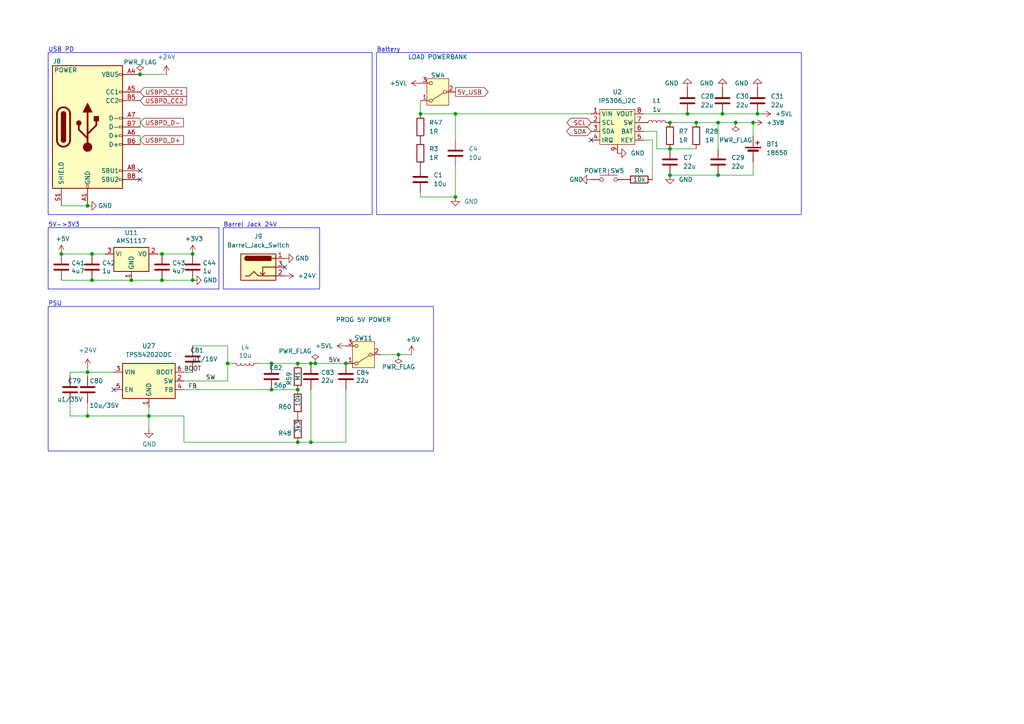
<source format=kicad_sch>
(kicad_sch (version 20231120) (generator "eeschema") (generator_version "8.0")
  (paper "A4")
  (title_block (title "lab@home") (date "2024-08-19") (rev "15.1") (company "Klaus Liebler"))
  (lib_symbols
    (symbol "Connector:Barrel_Jack_Switch" (pin_names hide)
      (property "Reference" "J" (at 0 5.334 0))
      (property "Value" "Barrel_Jack_Switch" (at 0 -5.08 0))
      (symbol "Barrel_Jack_Switch_0_1"
        (rectangle (start -5.08 3.81) (end 5.08 -3.81) (stroke (width 0.254)) (fill (type background)))
        (arc (start -3.302 3.175) (mid -3.9343 2.54) (end -3.302 1.905) (stroke (width 0.254)))
        (arc (start -3.302 3.175) (mid -3.9343 2.54) (end -3.302 1.905) (stroke (width 0.254)) (fill (type outline)))
        (polyline (pts (xy 1.27 -2.286) (xy 1.905 -1.651)) (stroke (width 0.254)))
        (polyline (pts (xy 5.08 2.54) (xy 3.81 2.54)) (stroke (width 0.254)))
        (polyline (pts (xy 5.08 0) (xy 1.27 0) (xy 1.27 -2.286) (xy 0.635 -1.651)) (stroke (width 0.254)))
        (polyline (pts (xy -3.81 -2.54) (xy -2.54 -2.54) (xy -1.27 -1.27) (xy 0 -2.54) (xy 2.54 -2.54) (xy 5.08 -2.54)) (stroke (width 0.254)))
        (rectangle (start 3.683 3.175) (end -3.302 1.905) (stroke (width 0.254)) (fill (type outline)))
      )
      (symbol "Barrel_Jack_Switch_1_1"
        (pin passive line (at 7.62 2.54 180) (length 2.54) (name "~") (number "1"))
        (pin passive line (at 7.62 -2.54 180) (length 2.54) (name "~") (number "2"))
        (pin passive line (at 7.62 0 180) (length 2.54) (name "~") (number "3"))
      )
    )
    (symbol "Connector:USB_C_Receptacle_USB2.0_16P" (pin_names (offset 1.016))
      (property "Reference" "J" (at 0 22.225 0))
      (property "Value" "USB_C_Receptacle_USB2.0_16P" (at 0 19.685 0))
      (symbol "USB_C_Receptacle_USB2.0_16P_0_0"
        (rectangle (start -0.254 -17.78) (end 0.254 -16.764))
        (rectangle (start 10.16 -14.986) (end 9.144 -15.494))
        (rectangle (start 10.16 -12.446) (end 9.144 -12.954))
        (rectangle (start 10.16 -4.826) (end 9.144 -5.334))
        (rectangle (start 10.16 -2.286) (end 9.144 -2.794))
        (rectangle (start 10.16 0.254) (end 9.144 -0.254))
        (rectangle (start 10.16 2.794) (end 9.144 2.286))
        (rectangle (start 10.16 7.874) (end 9.144 7.366))
        (rectangle (start 10.16 10.414) (end 9.144 9.906))
        (rectangle (start 10.16 15.494) (end 9.144 14.986))
      )
      (symbol "USB_C_Receptacle_USB2.0_16P_0_1"
        (rectangle (start -10.16 17.78) (end 10.16 -17.78) (stroke (width 0.254)) (fill (type background)))
        (arc (start -8.89 -3.81) (mid -6.985 -5.7067) (end -5.08 -3.81) (stroke (width 0.508)))
        (arc (start -7.62 -3.81) (mid -6.985 -4.4423) (end -6.35 -3.81) (stroke (width 0.254)))
        (arc (start -7.62 -3.81) (mid -6.985 -4.4423) (end -6.35 -3.81) (stroke (width 0.254)) (fill (type outline)))
        (rectangle (start -7.62 -3.81) (end -6.35 3.81) (stroke (width 0.254)) (fill (type outline)))
        (arc (start -6.35 3.81) (mid -6.985 4.4423) (end -7.62 3.81) (stroke (width 0.254)))
        (arc (start -6.35 3.81) (mid -6.985 4.4423) (end -7.62 3.81) (stroke (width 0.254)) (fill (type outline)))
        (arc (start -5.08 3.81) (mid -6.985 5.7067) (end -8.89 3.81) (stroke (width 0.508)))
        (circle (center -2.54 1.143) (radius 0.635) (stroke (width 0.254)) (fill (type outline)))
        (circle (center 0 -5.842) (radius 1.27) (fill (type outline)))
        (polyline (pts (xy -8.89 -3.81) (xy -8.89 3.81)) (stroke (width 0.508)))
        (polyline (pts (xy -5.08 3.81) (xy -5.08 -3.81)) (stroke (width 0.508)))
        (polyline (pts (xy 0 -5.842) (xy 0 4.318)) (stroke (width 0.508)))
        (polyline (pts (xy 0 -3.302) (xy -2.54 -0.762) (xy -2.54 0.508)) (stroke (width 0.508)))
        (polyline (pts (xy 0 -2.032) (xy 2.54 0.508) (xy 2.54 1.778)) (stroke (width 0.508)))
        (polyline (pts (xy -1.27 4.318) (xy 0 6.858) (xy 1.27 4.318) (xy -1.27 4.318)) (stroke (width 0.254)) (fill (type outline)))
        (rectangle (start 1.905 1.778) (end 3.175 3.048) (stroke (width 0.254)) (fill (type outline)))
      )
      (symbol "USB_C_Receptacle_USB2.0_16P_1_1"
        (pin passive line (at 0 -22.86 90) (length 5.08) (name "GND") (number "A1"))
        (pin passive line (at 0 -22.86 90) (length 5.08) hide (name "GND") (number "A12"))
        (pin passive line (at 15.24 15.24 180) (length 5.08) (name "VBUS") (number "A4"))
        (pin bidirectional line (at 15.24 10.16 180) (length 5.08) (name "CC1") (number "A5"))
        (pin bidirectional line (at 15.24 -2.54 180) (length 5.08) (name "D+") (number "A6"))
        (pin bidirectional line (at 15.24 2.54 180) (length 5.08) (name "D-") (number "A7"))
        (pin bidirectional line (at 15.24 -12.7 180) (length 5.08) (name "SBU1") (number "A8"))
        (pin passive line (at 15.24 15.24 180) (length 5.08) hide (name "VBUS") (number "A9"))
        (pin passive line (at 0 -22.86 90) (length 5.08) hide (name "GND") (number "B1"))
        (pin passive line (at 0 -22.86 90) (length 5.08) hide (name "GND") (number "B12"))
        (pin passive line (at 15.24 15.24 180) (length 5.08) hide (name "VBUS") (number "B4"))
        (pin bidirectional line (at 15.24 7.62 180) (length 5.08) (name "CC2") (number "B5"))
        (pin bidirectional line (at 15.24 -5.08 180) (length 5.08) (name "D+") (number "B6"))
        (pin bidirectional line (at 15.24 0 180) (length 5.08) (name "D-") (number "B7"))
        (pin bidirectional line (at 15.24 -15.24 180) (length 5.08) (name "SBU2") (number "B8"))
        (pin passive line (at 15.24 15.24 180) (length 5.08) hide (name "VBUS") (number "B9"))
        (pin passive line (at -7.62 -22.86 90) (length 5.08) (name "SHIELD") (number "S1"))
      )
    )
    (symbol "Device:Battery_Cell" (pin_numbers hide) (pin_names (offset 0) hide)
      (property "Reference" "BT" (at 2.54 2.54 0))
      (property "Value" "Battery_Cell" (at 2.54 0 0))
      (symbol "Battery_Cell_0_1"
        (rectangle (start -2.286 1.778) (end 2.286 1.524) (fill (type outline)))
        (rectangle (start -1.524 1.016) (end 1.524 0.508) (fill (type outline)))
        (polyline (pts (xy 0 0.762) (xy 0 0)))
        (polyline (pts (xy 0 1.778) (xy 0 2.54)))
        (polyline (pts (xy 0.762 3.048) (xy 1.778 3.048)) (stroke (width 0.254)))
        (polyline (pts (xy 1.27 3.556) (xy 1.27 2.54)) (stroke (width 0.254)))
      )
      (symbol "Battery_Cell_1_1"
        (pin passive line (at 0 5.08 270) (length 2.54) (name "+") (number "1"))
        (pin passive line (at 0 -2.54 90) (length 2.54) (name "-") (number "2"))
      )
    )
    (symbol "Device:C" (pin_numbers hide) (pin_names (offset 0.254))
      (property "Reference" "C" (at 0.635 2.54 0))
      (property "Value" "C" (at 0.635 -2.54 0))
      (symbol "C_0_1"
        (polyline (pts (xy -2.032 -0.762) (xy 2.032 -0.762)) (stroke (width 0.508)))
        (polyline (pts (xy -2.032 0.762) (xy 2.032 0.762)) (stroke (width 0.508)))
      )
      (symbol "C_1_1"
        (pin passive line (at 0 3.81 270) (length 2.794) (name "~") (number "1"))
        (pin passive line (at 0 -3.81 90) (length 2.794) (name "~") (number "2"))
      )
    )
    (symbol "Device:L" (pin_numbers hide) (pin_names (offset 1.016) hide)
      (property "Reference" "L" (at -1.27 0 90))
      (property "Value" "L" (at 1.905 0 90))
      (symbol "L_0_1"
        (arc (start 0 -2.54) (mid 0.6323 -1.905) (end 0 -1.27))
        (arc (start 0 -1.27) (mid 0.6323 -0.635) (end 0 0))
        (arc (start 0 0) (mid 0.6323 0.635) (end 0 1.27))
        (arc (start 0 1.27) (mid 0.6323 1.905) (end 0 2.54))
      )
      (symbol "L_1_1"
        (pin passive line (at 0 3.81 270) (length 1.27) (name "1") (number "1"))
        (pin passive line (at 0 -3.81 90) (length 1.27) (name "2") (number "2"))
      )
    )
    (symbol "Device:R" (pin_numbers hide) (pin_names (offset 0))
      (property "Reference" "R" (at 2.032 0 90))
      (property "Value" "R" (at 0 0 90))
      (symbol "R_0_1"
        (rectangle (start -1.016 -2.54) (end 1.016 2.54) (stroke (width 0.254)))
      )
      (symbol "R_1_1"
        (pin passive line (at 0 3.81 270) (length 1.27) (name "~") (number "1"))
        (pin passive line (at 0 -3.81 90) (length 1.27) (name "~") (number "2"))
      )
    )
    (symbol "Regulator_Linear:AMS1117-3.3"
      (property "Reference" "U" (at -3.81 3.175 0))
      (property "Value" "AMS1117-3.3" (at 0 3.175 0))
      (symbol "AMS1117-3.3_0_1"
        (rectangle (start -5.08 -5.08) (end 5.08 1.905) (stroke (width 0.254)) (fill (type background)))
      )
      (symbol "AMS1117-3.3_1_1"
        (pin power_in line (at 0 -7.62 90) (length 2.54) (name "GND") (number "1"))
        (pin power_out line (at 7.62 0 180) (length 2.54) (name "VO") (number "2"))
        (pin power_in line (at -7.62 0 0) (length 2.54) (name "VI") (number "3"))
      )
    )
    (symbol "Regulator_Switching:TPS54202DDC"
      (property "Reference" "U" (at -7.62 6.35 0))
      (property "Value" "TPS54202DDC" (at 0 6.35 0))
      (symbol "TPS54202DDC_0_1"
        (rectangle (start -7.62 5.08) (end 7.62 -5.08) (stroke (width 0.254)) (fill (type background)))
      )
      (symbol "TPS54202DDC_1_1"
        (pin power_in line (at 0 -7.62 90) (length 2.54) (name "GND") (number "1"))
        (pin power_out line (at 10.16 0 180) (length 2.54) (name "SW") (number "2"))
        (pin power_in line (at -10.16 2.54 0) (length 2.54) (name "VIN") (number "3"))
        (pin input line (at 10.16 -2.54 180) (length 2.54) (name "FB") (number "4"))
        (pin input line (at -10.16 -2.54 0) (length 2.54) (name "EN") (number "5"))
        (pin passive line (at 10.16 2.54 180) (length 2.54) (name "BOOT") (number "6"))
      )
    )
    (symbol "Switch:SW_Push" (pin_numbers hide) (pin_names (offset 1.016) hide)
      (property "Reference" "SW" (at 1.27 2.54 0))
      (property "Value" "SW_Push" (at 0 -1.524 0))
      (symbol "SW_Push_0_1"
        (circle (center -2.032 0) (radius 0.508))
        (polyline (pts (xy 0 1.27) (xy 0 3.048)))
        (polyline (pts (xy 2.54 1.27) (xy -2.54 1.27)))
        (circle (center 2.032 0) (radius 0.508))
        (pin passive line (at -5.08 0 0) (length 2.54) (name "1") (number "1"))
        (pin passive line (at 5.08 0 180) (length 2.54) (name "2") (number "2"))
      )
    )
    (symbol "Switch:SW_SPDT" (pin_names (offset 0) hide)
      (property "Reference" "SW" (at 0 5.08 0))
      (property "Value" "SW_SPDT" (at 0 -5.08 0))
      (symbol "SW_SPDT_0_1"
        (circle (center -2.032 0) (radius 0.4572))
        (polyline (pts (xy -1.651 0.254) (xy 1.651 2.286)))
        (circle (center 2.032 -2.54) (radius 0.4572))
        (circle (center 2.032 2.54) (radius 0.4572))
      )
      (symbol "SW_SPDT_1_1"
        (rectangle (start -3.175 3.81) (end 3.175 -3.81) (fill (type background)))
        (pin passive line (at 5.08 2.54 180) (length 2.54) (name "A") (number "1"))
        (pin passive line (at -5.08 0 0) (length 2.54) (name "B") (number "2"))
        (pin passive line (at 5.08 -2.54 180) (length 2.54) (name "C") (number "3"))
      )
    )
    (symbol "liebler_SEMICONDUCTORS:IP5306_I2C"
      (property "Reference" "U" (at 0 8.89 0))
      (property "Value" "IP5306_I2C" (at 0 6.35 0))
      (symbol "IP5306_I2C_0_1"
        (rectangle (start -5.08 5.08) (end 5.08 -5.08) (fill (type background)))
      )
      (symbol "IP5306_I2C_1_1"
        (pin power_in line (at -7.62 3.81 0) (length 2.54) (name "VIN") (number "1"))
        (pin output line (at -7.62 1.27 0) (length 2.54) (name "SCL") (number "2"))
        (pin output line (at -7.62 -1.27 0) (length 2.54) (name "SDA") (number "3"))
        (pin output line (at -7.62 -3.81 0) (length 2.54) (name "IRQ") (number "4"))
        (pin bidirectional line (at 7.62 -3.81 180) (length 2.54) (name "KEY") (number "5"))
        (pin input line (at 7.62 -1.27 180) (length 2.54) (name "BAT") (number "6"))
        (pin output line (at 7.62 1.27 180) (length 2.54) (name "SW") (number "7"))
        (pin power_out line (at 7.62 3.81 180) (length 2.54) (name "VOUT") (number "8"))
        (pin passive line (at 0 -7.62 90) (length 2.54) (name "") (number "9"))
      )
    )
    (symbol "power:+24V" (power) (pin_numbers hide) (pin_names (offset 0) hide)
      (property "Value" "+24V" (at 0 3.556 0))
      (symbol "+24V_0_1"
        (polyline (pts (xy -0.762 1.27) (xy 0 2.54)))
        (polyline (pts (xy 0 0) (xy 0 2.54)))
        (polyline (pts (xy 0 2.54) (xy 0.762 1.27)))
      )
      (symbol "+24V_1_1"
        (pin power_in line (at 0 0 90) (length 0) (name "~") (number "1"))
      )
    )
    (symbol "power:+3V3" (power) (pin_numbers hide) (pin_names (offset 0) hide)
      (property "Value" "+3V3" (at 0 3.556 0))
      (symbol "+3V3_0_1"
        (polyline (pts (xy -0.762 1.27) (xy 0 2.54)))
        (polyline (pts (xy 0 0) (xy 0 2.54)))
        (polyline (pts (xy 0 2.54) (xy 0.762 1.27)))
      )
      (symbol "+3V3_1_1"
        (pin power_in line (at 0 0 90) (length 0) (name "~") (number "1"))
      )
    )
    (symbol "power:+3V8" (power) (pin_numbers hide) (pin_names (offset 0) hide)
      (property "Value" "+3V8" (at 0 3.556 0))
      (symbol "+3V8_0_1"
        (polyline (pts (xy -0.762 1.27) (xy 0 2.54)))
        (polyline (pts (xy 0 0) (xy 0 2.54)))
        (polyline (pts (xy 0 2.54) (xy 0.762 1.27)))
      )
      (symbol "+3V8_1_1"
        (pin power_in line (at 0 0 90) (length 0) (name "~") (number "1"))
      )
    )
    (symbol "power:+5V" (power) (pin_numbers hide) (pin_names (offset 0) hide)
      (property "Value" "+5V" (at 0 3.556 0))
      (symbol "+5V_0_1"
        (polyline (pts (xy -0.762 1.27) (xy 0 2.54)))
        (polyline (pts (xy 0 0) (xy 0 2.54)))
        (polyline (pts (xy 0 2.54) (xy 0.762 1.27)))
      )
      (symbol "+5V_1_1"
        (pin power_in line (at 0 0 90) (length 0) (name "~") (number "1"))
      )
    )
    (symbol "power:+5VL" (power) (pin_numbers hide) (pin_names (offset 0) hide)
      (property "Value" "+5VL" (at 0 3.556 0))
      (symbol "+5VL_0_1"
        (polyline (pts (xy -0.762 1.27) (xy 0 2.54)))
        (polyline (pts (xy 0 0) (xy 0 2.54)))
        (polyline (pts (xy 0 2.54) (xy 0.762 1.27)))
      )
      (symbol "+5VL_1_1"
        (pin power_in line (at 0 0 90) (length 0) (name "~") (number "1"))
      )
    )
    (symbol "power:GND" (power) (pin_numbers hide) (pin_names (offset 0) hide)
      (property "Value" "GND" (at 0 -3.81 0))
      (symbol "GND_0_1"
        (polyline (pts (xy 0 0) (xy 0 -1.27) (xy 1.27 -1.27) (xy 0 -2.54) (xy -1.27 -1.27) (xy 0 -1.27)))
      )
      (symbol "GND_1_1"
        (pin power_in line (at 0 0 270) (length 0) (name "~") (number "1"))
      )
    )
    (symbol "power:PWR_FLAG" (power) (pin_numbers hide) (pin_names (offset 0) hide)
      (property "Value" "PWR_FLAG" (at 0 3.81 0))
      (symbol "PWR_FLAG_0_0"
        (pin power_out line (at 0 0 90) (length 0) (name "~") (number "1"))
      )
      (symbol "PWR_FLAG_0_1"
        (polyline (pts (xy 0 0) (xy 0 1.27) (xy -1.016 1.905) (xy 0 2.54) (xy 1.016 1.905) (xy 0 1.27)))
      )
    )
  )
  (junction (at 194.31 43.18))
  (junction (at 209.55 33.02))
  (junction (at 55.88 73.66))
  (junction (at 132.08 33.02))
  (junction (at 25.4 107.95))
  (junction (at 38.1 81.28))
  (junction (at 78.74 105.41))
  (junction (at 26.67 81.28))
  (junction (at 78.74 113.03))
  (junction (at 91.44 105.41))
  (junction (at 201.93 35.56))
  (junction (at 199.39 33.02))
  (junction (at 43.18 120.65))
  (junction (at 194.31 50.8))
  (junction (at 219.71 33.02))
  (junction (at 46.99 73.66))
  (junction (at 194.31 35.56))
  (junction (at 26.67 73.66))
  (junction (at 66.04 105.41))
  (junction (at 208.28 50.8))
  (junction (at 208.28 35.56))
  (junction (at 90.17 105.41))
  (junction (at 121.92 33.02))
  (junction (at 132.08 57.15))
  (junction (at 25.4 120.65))
  (junction (at 46.99 81.28))
  (junction (at 55.88 81.28))
  (junction (at 17.78 73.66))
  (junction (at 86.36 113.03))
  (junction (at 213.36 35.56))
  (junction (at 115.57 102.87))
  (junction (at 218.44 35.56))
  (junction (at 25.4 59.69))
  (junction (at 40.64 21.59))
  (junction (at 86.36 105.41))
  (junction (at 86.36 128.27))
  (junction (at 100.33 105.41))
  (junction (at 90.17 128.27))
  (no_connect (at 40.64 49.53))
  (no_connect (at 82.55 77.47))
  (no_connect (at 33.02 113.03))
  (no_connect (at 171.45 40.64))
  (no_connect (at 40.64 52.07))
  (wire (pts (xy 26.67 73.66) (xy 30.48 73.66)))
  (wire (pts (xy 208.28 43.18) (xy 208.28 35.56)))
  (wire (pts (xy 219.71 33.02) (xy 220.98 33.02)))
  (wire (pts (xy 67.31 105.41) (xy 66.04 105.41)))
  (wire (pts (xy 45.72 73.66) (xy 46.99 73.66)))
  (wire (pts (xy 100.33 128.27) (xy 90.17 128.27)))
  (wire (pts (xy 121.92 55.88) (xy 121.92 57.15)))
  (wire (pts (xy 208.28 50.8) (xy 218.44 50.8)))
  (wire (pts (xy 20.32 120.65) (xy 25.4 120.65)))
  (wire (pts (xy 208.28 35.56) (xy 213.36 35.56)))
  (wire (pts (xy 53.34 128.27) (xy 53.34 120.65)))
  (wire (pts (xy 121.92 29.21) (xy 121.92 33.02)))
  (wire (pts (xy 55.88 100.33) (xy 66.04 100.33)))
  (wire (pts (xy 121.92 57.15) (xy 132.08 57.15)))
  (wire (pts (xy 38.1 81.28) (xy 26.67 81.28)))
  (wire (pts (xy 55.88 107.95) (xy 53.34 107.95)))
  (wire (pts (xy 209.55 33.02) (xy 219.71 33.02)))
  (wire (pts (xy 86.36 128.27) (xy 53.34 128.27)))
  (polyline (pts (xy 63.5 66.04) (xy 63.5 83.82)))
  (wire (pts (xy 66.04 100.33) (xy 66.04 105.41)))
  (polyline (pts (xy 63.5 83.82) (xy 13.97 83.82)))
  (wire (pts (xy 78.74 105.41) (xy 86.36 105.41)))
  (polyline (pts (xy 13.97 83.82) (xy 13.97 66.04)))
  (wire (pts (xy 53.34 110.49) (xy 66.04 110.49)))
  (wire (pts (xy 213.36 35.56) (xy 218.44 35.56)))
  (polyline (pts (xy 13.97 66.04) (xy 63.5 66.04)))
  (wire (pts (xy 40.64 34.29) (xy 40.64 36.83)))
  (wire (pts (xy 189.23 40.64) (xy 186.69 40.64)))
  (wire (pts (xy 43.18 120.65) (xy 43.18 118.11)))
  (wire (pts (xy 199.39 33.02) (xy 209.55 33.02)))
  (wire (pts (xy 25.4 107.95) (xy 33.02 107.95)))
  (wire (pts (xy 91.44 105.41) (xy 100.33 105.41)))
  (wire (pts (xy 189.23 52.07) (xy 189.23 40.64)))
  (wire (pts (xy 132.08 40.64) (xy 132.08 33.02)))
  (wire (pts (xy 78.74 113.03) (xy 86.36 113.03)))
  (wire (pts (xy 25.4 120.65) (xy 43.18 120.65)))
  (wire (pts (xy 25.4 107.95) (xy 25.4 106.68)))
  (wire (pts (xy 20.32 109.22) (xy 20.32 107.95)))
  (wire (pts (xy 20.32 107.95) (xy 25.4 107.95)))
  (wire (pts (xy 17.78 59.69) (xy 25.4 59.69)))
  (wire (pts (xy 55.88 81.28) (xy 46.99 81.28)))
  (wire (pts (xy 132.08 33.02) (xy 171.45 33.02)))
  (wire (pts (xy 218.44 50.8) (xy 218.44 46.99)))
  (wire (pts (xy 46.99 81.28) (xy 38.1 81.28)))
  (wire (pts (xy 110.49 102.87) (xy 115.57 102.87)))
  (wire (pts (xy 20.32 116.84) (xy 20.32 120.65)))
  (wire (pts (xy 86.36 105.41) (xy 90.17 105.41)))
  (wire (pts (xy 194.31 50.8) (xy 208.28 50.8)))
  (wire (pts (xy 74.93 105.41) (xy 78.74 105.41)))
  (wire (pts (xy 121.92 33.02) (xy 132.08 33.02)))
  (wire (pts (xy 43.18 120.65) (xy 43.18 124.46)))
  (wire (pts (xy 194.31 43.18) (xy 190.5 43.18)))
  (wire (pts (xy 90.17 105.41) (xy 91.44 105.41)))
  (wire (pts (xy 194.31 35.56) (xy 201.93 35.56)))
  (wire (pts (xy 190.5 43.18) (xy 190.5 38.1)))
  (wire (pts (xy 194.31 43.18) (xy 201.93 43.18)))
  (wire (pts (xy 40.64 21.59) (xy 48.26 21.59)))
  (wire (pts (xy 25.4 116.84) (xy 25.4 120.65)))
  (wire (pts (xy 208.28 35.56) (xy 201.93 35.56)))
  (wire (pts (xy 17.78 73.66) (xy 26.67 73.66)))
  (wire (pts (xy 46.99 73.66) (xy 55.88 73.66)))
  (wire (pts (xy 186.69 33.02) (xy 199.39 33.02)))
  (wire (pts (xy 115.57 102.87) (xy 119.38 102.87)))
  (wire (pts (xy 90.17 113.03) (xy 90.17 128.27)))
  (wire (pts (xy 218.44 35.56) (xy 218.44 39.37)))
  (wire (pts (xy 190.5 38.1) (xy 186.69 38.1)))
  (wire (pts (xy 26.67 81.28) (xy 17.78 81.28)))
  (wire (pts (xy 53.34 120.65) (xy 43.18 120.65)))
  (wire (pts (xy 53.34 113.03) (xy 78.74 113.03)))
  (wire (pts (xy 132.08 57.15) (xy 132.08 48.26)))
  (wire (pts (xy 100.33 113.03) (xy 100.33 128.27)))
  (wire (pts (xy 66.04 105.41) (xy 66.04 110.49)))
  (wire (pts (xy 86.36 128.27) (xy 90.17 128.27)))
  (wire (pts (xy 25.4 109.22) (xy 25.4 107.95)))
  (wire (pts (xy 40.64 39.37) (xy 40.64 41.91)))
  (rectangle (start 109.22 15.24) (end 232.41 62.23))
  (rectangle (start 13.97 15.24) (end 107.95 62.23))
  (rectangle (start 64.77 66.04) (end 92.71 83.82))
  (rectangle (start 13.97 88.9) (end 125.73 130.81))
  (text "USB PD" (at 13.97 15.24 0) (effects (font (size 1.27 1.27)) (justify left bottom)))
  (text "Barrel Jack 24V" (at 64.77 66.04 0) (effects (font (size 1.27 1.27)) (justify left bottom)))
  (text "5V->3V3" (at 13.97 66.04 0) (effects (font (size 1.27 1.27)) (justify left bottom)))
  (text "Battery" (at 109.22 15.24 0) (effects (font (size 1.27 1.27)) (justify left bottom)))
  (text "PSU" (at 13.97 88.9 0) (effects (font (size 1.27 1.27)) (justify left bottom)))
  (label "SW" (at 59.69 110.49 0))
  (label "5Vx" (at 95.25 105.41 0))
  (label "FB" (at 54.61 113.03 0))
  (label "BOOT" (at 53.34 107.95 0))
  (global_label "5V_USB" (shape output) (at 132.08 26.67 0) (property "Intersheetrefs" "${INTERSHEET_REFS}" (effects (hide yes))))
  (global_label "SCL" (shape bidirectional) (at 171.45 35.56 180) (property "Intersheetrefs" "${INTERSHEET_REFS}" (effects (hide yes))))
  (global_label "SDA" (shape bidirectional) (at 171.45 38.1 180) (property "Intersheetrefs" "${INTERSHEET_REFS}" (effects (hide yes))))
  (global_label "USBPD_CC2" (shape input) (at 40.64 29.21 0) (property "Intersheetrefs" "${INTERSHEET_REFS}" (effects (hide yes))))
  (global_label "USBPD_CC1" (shape input) (at 40.64 26.67 0) (property "Intersheetrefs" "${INTERSHEET_REFS}" (effects (hide yes))))
  (global_label "USBPD_D+" (shape input) (at 40.64 40.64 0) (property "Intersheetrefs" "${INTERSHEET_REFS}" (effects (hide yes))))
  (global_label "USBPD_D-" (shape input) (at 40.64 35.56 0) (property "Intersheetrefs" "${INTERSHEET_REFS}" (effects (hide yes))))
  (symbol (lib_id "power:GND") (at 209.55 25.4 180) (unit 1)
    (property "Reference" "#PWR032" (effects (hide yes)))
    (property "Value" "GND" (at 207.01 24.1301 0) (effects (justify left)))
    (property "Description" "Power symbol creates a global label with name \"GND\" , ground" (effects (hide yes)))
  )
  (symbol (lib_id "power:+5V") (at 119.38 102.87 0) (unit 1)
    (property "Reference" "#PWR022" (effects (hide yes)))
    (property "Value" "+5V" (at 119.761 98.4758 0))
    (property "Description" "Power symbol creates a global label with name \"+5V\"" (effects (hide yes)))
    (instances (project "pcbV10" (path "" (reference "#PWR022") (unit 1))) (project "labathome_pcb15" (path "" (reference "#PWR0174") (unit 1))))
  )
  (symbol (lib_id "power:+24V") (at 82.55 80.01 270) (unit 1)
    (property "Reference" "#PWR0106" (effects (hide yes)))
    (property "Value" "+24V" (at 86.36 80.0099 90) (effects (justify left)))
    (property "Description" "Power symbol creates a global label with name \"+24V\"" (effects (hide yes)))
  )
  (symbol (lib_id "liebler_SEMICONDUCTORS:IP5306_I2C") (at 179.07 36.83 0) (unit 1)
    (property "Reference" "U2" (at 179.07 26.67 0))
    (property "Value" "IP5306_I2C" (at 179.07 29.21 0))
    (property "Footprint" "Package_SO:HSOP-8-1EP_3.9x4.9mm_P1.27mm_EP2.3x2.3mm_ThermalVias" (effects (hide yes)))
  )
  (symbol (lib_id "power:GND") (at 199.39 25.4 180) (unit 1)
    (property "Reference" "#PWR023" (effects (hide yes)))
    (property "Value" "GND" (at 196.85 24.1301 0) (effects (justify left)))
    (property "Description" "Power symbol creates a global label with name \"GND\" , ground" (effects (hide yes)))
  )
  (symbol (lib_id "Device:R") (at 86.36 124.46 180) (unit 1)
    (property "Reference" "R48" (at 84.582 125.6284 0) (effects (justify left)))
    (property "Value" "3k3" (at 86.36 121.92 90) (effects (justify left)))
    (property "Footprint" "Resistor_SMD:R_0402_1005Metric" (effects (hide yes)))
  )
  (symbol (lib_id "Device:C") (at 209.55 29.21 0) (unit 1)
    (property "Reference" "C30" (at 213.36 27.9399 0) (effects (justify left)))
    (property "Value" "22u" (at 213.36 30.4799 0) (effects (justify left)))
    (property "Footprint" "Capacitor_SMD:C_0603_1608Metric" (effects (hide yes)))
  )
  (symbol (lib_id "Device:C") (at 219.71 29.21 0) (unit 1)
    (property "Reference" "C31" (at 223.52 27.9399 0) (effects (justify left)))
    (property "Value" "22u" (at 223.52 30.4799 0) (effects (justify left)))
    (property "Footprint" "Capacitor_SMD:C_0603_1608Metric" (effects (hide yes)))
  )
  (symbol (lib_id "Device:R") (at 121.92 44.45 0) (unit 1)
    (property "Reference" "R3" (at 124.46 43.1799 0) (effects (justify left)))
    (property "Value" "1R" (at 124.46 45.7199 0) (effects (justify left)))
    (property "Footprint" "Resistor_SMD:R_0603_1608Metric" (effects (hide yes)))
  )
  (symbol (lib_id "Device:C") (at 17.78 77.47 180) (unit 1)
    (property "Reference" "C41" (at 20.701 76.3016 0) (effects (justify right)))
    (property "Value" "4u7" (at 20.701 78.613 0) (effects (justify right)))
    (property "Footprint" "Capacitor_SMD:C_0402_1005Metric" (effects (hide yes)))
  )
  (symbol (lib_id "Regulator_Switching:TPS54202DDC") (at 43.18 110.49 0) (unit 1)
    (property "Reference" "U27" (at 43.18 100.33 0))
    (property "Value" "TPS54202DDC" (at 43.18 102.87 0))
    (property "Footprint" "Package_TO_SOT_SMD:SOT-23-6_Handsoldering" (effects (hide yes)))
    (property "Datasheet" "http://www.ti.com/lit/ds/symlink/tps54202.pdf" (effects (hide yes)))
  )
  (symbol (lib_id "power:+5V") (at 17.78 73.66 0) (unit 1)
    (property "Reference" "#PWR089" (effects (hide yes)))
    (property "Value" "+5V" (at 18.161 69.2658 0))
    (property "Description" "Power symbol creates a global label with name \"+5V\"" (effects (hide yes)))
  )
  (symbol (lib_id "power:+24V") (at 48.26 21.59 0) (unit 1)
    (property "Reference" "#PWR075" (effects (hide yes)))
    (property "Value" "+24V" (at 48.26 16.51 0))
    (property "Description" "Power symbol creates a global label with name \"+24V\"" (effects (hide yes)))
    (instances (project "pcbV10" (path "" (reference "#PWR075") (unit 1))) (project "labathome_pcb15" (path "" (reference "#PWR0167") (unit 1))))
  )
  (symbol (lib_id "Device:C") (at 100.33 109.22 0) (unit 1)
    (property "Reference" "C84" (at 103.251 108.0516 0) (effects (justify left)))
    (property "Value" "22u" (at 103.251 110.363 0) (effects (justify left)))
    (property "Footprint" "Capacitor_SMD:C_0603_1608Metric" (effects (hide yes)))
  )
  (symbol (lib_id "power:GND") (at 171.45 52.07 270) (unit 1)
    (property "Reference" "#PWR020" (effects (hide yes)))
    (property "Value" "GND" (at 165.1 52.07 90) (effects (justify left)))
    (property "Description" "Power symbol creates a global label with name \"GND\" , ground" (effects (hide yes)))
  )
  (symbol (lib_id "Device:L") (at 190.5 35.56 90) (unit 1)
    (property "Reference" "L1" (at 190.5 29.21 90))
    (property "Value" "1u" (at 190.5 31.75 90))
    (property "Footprint" "liebler_PASSIVES:L_0630" (effects (hide yes)))
  )
  (symbol (lib_id "Connector:Barrel_Jack_Switch") (at 74.93 77.47 0) (unit 1)
    (property "Reference" "J9" (at 74.93 68.58 0))
    (property "Value" "Barrel_Jack_Switch" (at 74.93 71.12 0))
    (property "Footprint" "Connector_BarrelJack:BarrelJack_Horizontal" (effects (hide yes)))
    (property "Description" "DC Barrel Jack with an internal switch" (effects (hide yes)))
  )
  (symbol (lib_id "power:GND") (at 43.18 124.46 0) (unit 1)
    (property "Reference" "#PWR0179" (effects (hide yes)))
    (property "Value" "GND" (at 43.307 128.8542 0))
    (property "Description" "Power symbol creates a global label with name \"GND\" , ground" (effects (hide yes)))
  )
  (symbol (lib_id "Device:R") (at 86.36 116.84 180) (unit 1)
    (property "Reference" "R60" (at 84.582 118.0084 0) (effects (justify left)))
    (property "Value" "10k" (at 86.36 114.3 90) (effects (justify left)))
    (property "Footprint" "Resistor_SMD:R_0201_0603Metric" (effects (hide yes)))
  )
  (symbol (lib_id "Device:R") (at 86.36 109.22 0) (unit 1)
    (property "Reference" "R59" (at 83.82 111.76 90) (effects (justify left)))
    (property "Value" "M1" (at 86.36 110.49 90) (effects (justify left)))
    (property "Footprint" "Resistor_SMD:R_0201_0603Metric" (effects (hide yes)))
  )
  (symbol (lib_id "Device:L") (at 71.12 105.41 270) (unit 1)
    (property "Reference" "L4" (at 71.12 100.8126 90))
    (property "Value" "10u" (at 71.12 103.124 90))
    (property "Footprint" "liebler_PASSIVES:L_0630" (effects (hide yes)))
    (property "Datasheet" "C408449" (effects (hide yes)))
  )
  (symbol (lib_id "Device:R") (at 121.92 36.83 0) (unit 1)
    (property "Reference" "R47" (at 124.46 35.5599 0) (effects (justify left)))
    (property "Value" "1R" (at 124.46 38.0999 0) (effects (justify left)))
    (property "Footprint" "Resistor_SMD:R_0603_1608Metric" (effects (hide yes)))
  )
  (symbol (lib_id "power:PWR_FLAG") (at 115.57 102.87 180) (unit 1)
    (property "Reference" "#FLG0103" (effects (hide yes)))
    (property "Value" "PWR_FLAG" (at 110.744 106.426 0) (effects (justify right)))
    (property "Description" "Special symbol for telling ERC where power comes from" (effects (hide yes)))
    (instances (project "pcbV10" (path "" (reference "#FLG0103") (unit 1))) (project "labathome_pcb15" (path "" (reference "#FLG04") (unit 1))))
  )
  (symbol (lib_id "power:+5VL") (at 121.92 24.13 90) (unit 1)
    (property "Reference" "#PWR018" (effects (hide yes)))
    (property "Value" "+5VL" (at 118.11 24.1299 90) (effects (justify left)))
    (property "Description" "Power symbol creates a global label with name \"+5VL\"" (effects (hide yes)))
  )
  (symbol (lib_id "Device:C") (at 55.88 104.14 180) (unit 1)
    (property "Reference" "C81" (at 57.15 101.6 0))
    (property "Value" "u1/16V" (at 59.436 104.14 0))
    (property "Footprint" "Capacitor_SMD:C_0603_1608Metric" (effects (hide yes)))
  )
  (symbol (lib_id "Regulator_Linear:AMS1117-3.3") (at 38.1 73.66 0) (unit 1)
    (property "Reference" "U11" (at 38.1 67.5132 0))
    (property "Value" "AMS1117" (at 38.1 69.8246 0))
    (property "Footprint" "Package_TO_SOT_SMD:SOT-223-3_TabPin2" (effects (hide yes)))
    (property "Datasheet" "http://www.advanced-monolithic.com/pdf/ds1117.pdf" (effects (hide yes)))
    (property "Description" "1A Low Dropout regulator, positive, 3.3V fixed output, SOT-223" (effects (hide yes)))
  )
  (symbol (lib_id "power:GND") (at 179.07 44.45 90) (unit 1)
    (property "Reference" "#PWR021" (effects (hide yes)))
    (property "Value" "GND" (at 182.88 44.4499 90) (effects (justify right)))
    (property "Description" "Power symbol creates a global label with name \"GND\" , ground" (effects (hide yes)))
  )
  (symbol (lib_id "Device:R") (at 194.31 39.37 0) (unit 1)
    (property "Reference" "R7" (at 196.85 38.0999 0) (effects (justify left)))
    (property "Value" "1R" (at 196.85 40.6399 0) (effects (justify left)))
    (property "Footprint" "Resistor_SMD:R_0603_1608Metric" (effects (hide yes)))
  )
  (symbol (lib_id "Device:C") (at 90.17 109.22 0) (unit 1)
    (property "Reference" "C83" (at 93.091 108.0516 0) (effects (justify left)))
    (property "Value" "22u" (at 93.091 110.363 0) (effects (justify left)))
    (property "Footprint" "Capacitor_SMD:C_0603_1608Metric" (effects (hide yes)))
  )
  (symbol (lib_id "Device:R") (at 201.93 39.37 0) (unit 1)
    (property "Reference" "R28" (at 204.47 38.0999 0) (effects (justify left)))
    (property "Value" "1R" (at 204.47 40.6399 0) (effects (justify left)))
    (property "Footprint" "Resistor_SMD:R_0603_1608Metric" (effects (hide yes)))
  )
  (symbol (lib_id "Device:C") (at 199.39 29.21 0) (unit 1)
    (property "Reference" "C28" (at 203.2 27.9399 0) (effects (justify left)))
    (property "Value" "22u" (at 203.2 30.4799 0) (effects (justify left)))
    (property "Footprint" "Capacitor_SMD:C_0603_1608Metric" (effects (hide yes)))
  )
  (symbol (lib_id "power:PWR_FLAG") (at 40.64 21.59 0) (unit 1)
    (property "Reference" "#FLG0108" (effects (hide yes)))
    (property "Value" "PWR_FLAG" (at 40.64 18.034 0))
    (property "Description" "Special symbol for telling ERC where power comes from" (effects (hide yes)))
    (instances (project "pcbV10" (path "" (reference "#FLG0108") (unit 1))) (project "labathome_pcb15" (path "" (reference "#FLG02") (unit 1))))
  )
  (symbol (lib_id "Device:C") (at 208.28 46.99 0) (unit 1)
    (property "Reference" "C29" (at 212.09 45.7199 0) (effects (justify left)))
    (property "Value" "22u" (at 212.09 48.2599 0) (effects (justify left)))
    (property "Footprint" "Capacitor_SMD:C_0603_1608Metric" (effects (hide yes)))
  )
  (symbol (lib_id "power:PWR_FLAG") (at 91.44 105.41 0) (unit 1)
    (property "Reference" "#FLG05" (effects (hide yes)))
    (property "Value" "PWR_FLAG" (at 85.598 101.854 0))
    (property "Description" "Special symbol for telling ERC where power comes from" (effects (hide yes)))
  )
  (symbol (lib_id "Device:C") (at 78.74 109.22 180) (unit 1)
    (property "Reference" "C82" (at 80.01 106.68 0))
    (property "Value" "56p" (at 81.28 111.76 0))
    (property "Footprint" "Capacitor_SMD:C_0402_1005Metric" (effects (hide yes)))
  )
  (symbol (lib_id "Device:C") (at 194.31 46.99 0) (unit 1)
    (property "Reference" "C7" (at 198.12 45.7199 0) (effects (justify left)))
    (property "Value" "22u" (at 198.12 48.2599 0) (effects (justify left)))
    (property "Footprint" "Capacitor_SMD:C_0603_1608Metric" (effects (hide yes)))
  )
  (symbol (lib_id "Device:R") (at 185.42 52.07 270) (unit 1)
    (property "Reference" "R4" (at 185.42 49.53 90))
    (property "Value" "10k" (at 185.42 52.07 90))
    (property "Footprint" "Resistor_SMD:R_0201_0603Metric" (effects (hide yes)))
  )
  (symbol (lib_id "Switch:SW_SPDT") (at 105.41 102.87 180) (unit 1)
    (property "Reference" "SW11" (at 105.41 98.044 0))
    (property "Value" "PROG 5V POWER" (at 105.41 92.71 0))
    (property "Footprint" "liebler_MECH:Switch_SS12D00" (effects (hide yes)))
    (property "Description" "Switch, single pole double throw" (effects (hide yes)))
    (instances (project "pcbV10" (path "" (reference "SW11") (unit 1))) (project "labathome_pcb15" (path "" (reference "SW9") (unit 1))))
  )
  (symbol (lib_id "power:+5VL") (at 220.98 33.02 270) (unit 1)
    (property "Reference" "#PWR037" (effects (hide yes)))
    (property "Value" "+5VL" (at 224.79 33.0199 90) (effects (justify left)))
    (property "Description" "Power symbol creates a global label with name \"+5VL\"" (effects (hide yes)))
  )
  (symbol (lib_id "Device:C") (at 20.32 113.03 180) (unit 1)
    (property "Reference" "C79" (at 21.59 110.49 0))
    (property "Value" "u1/35V" (at 20.32 115.824 0))
    (property "Footprint" "Capacitor_SMD:C_0603_1608Metric" (effects (hide yes)))
  )
  (symbol (lib_id "power:GND") (at 55.88 81.28 90) (unit 1)
    (property "Reference" "#PWR092" (effects (hide yes)))
    (property "Value" "GND" (at 60.96 81.28 90))
    (property "Description" "Power symbol creates a global label with name \"GND\" , ground" (effects (hide yes)))
  )
  (symbol (lib_id "power:GND") (at 194.31 50.8 0) (unit 1)
    (property "Reference" "#PWR022" (effects (hide yes)))
    (property "Value" "GND" (at 196.85 52.0699 0) (effects (justify left)))
    (property "Description" "Power symbol creates a global label with name \"GND\" , ground" (effects (hide yes)))
  )
  (symbol (lib_id "Device:C") (at 46.99 77.47 180) (unit 1)
    (property "Reference" "C43" (at 49.911 76.3016 0) (effects (justify right)))
    (property "Value" "4u7" (at 49.911 78.613 0) (effects (justify right)))
    (property "Footprint" "Capacitor_SMD:C_0402_1005Metric" (effects (hide yes)))
  )
  (symbol (lib_id "Connector:USB_C_Receptacle_USB2.0_16P") (at 25.4 36.83 0) (unit 1)
    (property "Reference" "J8" (at 16.51 17.78 0))
    (property "Value" "POWER" (at 19.05 20.32 0))
    (property "Footprint" "liebler_CONN:USB_C_Receptacle_HRO_TYPE-C-31-M-12_IMPROVED" (effects (hide yes)))
    (property "Datasheet" "https://www.usb.org/sites/default/files/documents/usb_type-c.zip" (effects (hide yes)))
    (property "Description" "USB 2.0-only 16P Type-C Receptacle connector" (effects (hide yes)))
    (instances (project "pcbV10" (path "" (reference "J8") (unit 1))) (project "labathome_pcb15" (path "" (reference "J13") (unit 1))))
  )
  (symbol (lib_id "Device:C") (at 121.92 52.07 0) (unit 1)
    (property "Reference" "C1" (at 125.73 50.7999 0) (effects (justify left)))
    (property "Value" "10u" (at 125.73 53.3399 0) (effects (justify left)))
    (property "Footprint" "Capacitor_SMD:C_0805_2012Metric" (effects (hide yes)))
  )
  (symbol (lib_id "power:+5VL") (at 100.33 100.33 90) (unit 1)
    (property "Reference" "#PWR075" (effects (hide yes)))
    (property "Value" "+5VL" (at 96.52 100.3299 90) (effects (justify left)))
    (property "Description" "Power symbol creates a global label with name \"+5VL\"" (effects (hide yes)))
  )
  (symbol (lib_id "Device:C") (at 55.88 77.47 0) (unit 1)
    (property "Reference" "C44" (at 58.801 76.3016 0) (effects (justify left)))
    (property "Value" "1u" (at 58.801 78.613 0) (effects (justify left)))
    (property "Footprint" "Capacitor_SMD:C_0402_1005Metric" (effects (hide yes)))
  )
  (symbol (lib_id "Switch:SW_Push") (at 176.53 52.07 0) (unit 1)
    (property "Reference" "SW5" (at 179.07 49.53 0))
    (property "Value" "POWER" (at 172.72 49.53 0))
    (property "Footprint" "liebler_MECH:SW_Push_1P1T_NO_6x6mm_H6.5mm_Reverse" (effects (hide yes)))
  )
  (symbol (lib_id "power:GND") (at 219.71 25.4 180) (unit 1)
    (property "Reference" "#PWR034" (effects (hide yes)))
    (property "Value" "GND" (at 217.17 24.1301 0) (effects (justify left)))
    (property "Description" "Power symbol creates a global label with name \"GND\" , ground" (effects (hide yes)))
  )
  (symbol (lib_id "Device:C") (at 25.4 113.03 180) (unit 1)
    (property "Reference" "C80" (at 27.94 110.49 0))
    (property "Value" "10u/35V" (at 30.226 117.602 0))
    (property "Footprint" "Capacitor_SMD:C_0805_2012Metric" (effects (hide yes)))
  )
  (symbol (lib_id "power:GND") (at 132.08 57.15 0) (unit 1)
    (property "Reference" "#PWR019" (effects (hide yes)))
    (property "Value" "GND" (at 134.62 58.4199 0) (effects (justify left)))
    (property "Description" "Power symbol creates a global label with name \"GND\" , ground" (effects (hide yes)))
  )
  (symbol (lib_id "power:GND") (at 82.55 74.93 90) (unit 1)
    (property "Reference" "#PWR0107" (effects (hide yes)))
    (property "Value" "GND" (at 87.63 74.93 90))
    (property "Description" "Power symbol creates a global label with name \"GND\" , ground" (effects (hide yes)))
  )
  (symbol (lib_id "power:+3V8") (at 218.44 35.56 270) (unit 1)
    (property "Reference" "#PWR033" (effects (hide yes)))
    (property "Value" "+3V8" (at 222.25 35.5599 90) (effects (justify left)))
    (property "Description" "Power symbol creates a global label with name \"+3V8\"" (effects (hide yes)))
  )
  (symbol (lib_id "power:GND") (at 25.4 59.69 90) (unit 1)
    (property "Reference" "#PWR0113" (effects (hide yes)))
    (property "Value" "GND" (at 30.48 59.69 90))
    (property "Description" "Power symbol creates a global label with name \"GND\" , ground" (effects (hide yes)))
    (instances (project "pcbV10" (path "" (reference "#PWR0113") (unit 1))) (project "labathome_pcb15" (path "" (reference "#PWR0164") (unit 1))))
  )
  (symbol (lib_id "Device:C") (at 132.08 44.45 0) (unit 1)
    (property "Reference" "C4" (at 135.89 43.1799 0) (effects (justify left)))
    (property "Value" "10u" (at 135.89 45.7199 0) (effects (justify left)))
    (property "Footprint" "Capacitor_SMD:C_0805_2012Metric" (effects (hide yes)))
  )
  (symbol (lib_id "power:+3V3") (at 55.88 73.66 0) (unit 1)
    (property "Reference" "#PWR091" (effects (hide yes)))
    (property "Value" "+3V3" (at 56.261 69.2658 0))
    (property "Description" "Power symbol creates a global label with name \"+3V3\"" (effects (hide yes)))
  )
  (symbol (lib_id "power:+24V") (at 25.4 106.68 0) (unit 1)
    (property "Reference" "#PWR0178" (effects (hide yes)))
    (property "Value" "+24V" (at 25.4 101.6 0))
    (property "Description" "Power symbol creates a global label with name \"+24V\"" (effects (hide yes)))
  )
  (symbol (lib_id "Device:C") (at 26.67 77.47 0) (unit 1)
    (property "Reference" "C42" (at 29.591 76.3016 0) (effects (justify left)))
    (property "Value" "1u" (at 29.591 78.613 0) (effects (justify left)))
    (property "Footprint" "Capacitor_SMD:C_0402_1005Metric" (effects (hide yes)))
  )
  (symbol (lib_id "power:PWR_FLAG") (at 213.36 35.56 180) (unit 1)
    (property "Reference" "#FLG09" (effects (hide yes)))
    (property "Value" "PWR_FLAG" (at 213.36 40.64 0))
    (property "Description" "Special symbol for telling ERC where power comes from" (effects (hide yes)))
  )
  (symbol (lib_id "Switch:SW_SPDT") (at 127 26.67 180) (unit 1)
    (property "Reference" "SW4" (at 127 21.844 0))
    (property "Value" "LOAD POWERBANK" (at 127 16.51 0))
    (property "Footprint" "liebler_MECH:Switch_SS12D00" (effects (hide yes)))
    (property "Description" "Switch, single pole double throw" (effects (hide yes)))
  )
  (symbol (lib_id "Device:Battery_Cell") (at 218.44 44.45 0) (unit 1)
    (property "Reference" "BT1" (at 222.25 41.783 0) (effects (justify left)))
    (property "Value" "18650" (at 222.25 44.323 0) (effects (justify left)))
    (property "Footprint" "Battery:BatteryHolder_MPD_BH-18650-PC2" (effects (hide yes)))
    (property "Description" "Single-cell battery" (effects (hide yes)))
  )
)
</source>
